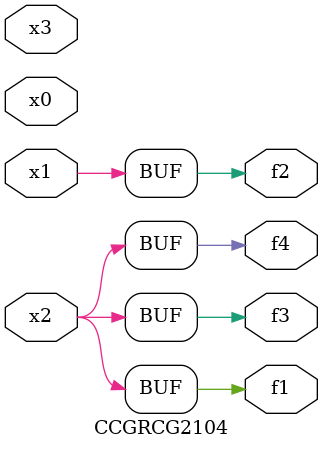
<source format=v>
module CCGRCG2104(
	input x0, x1, x2, x3,
	output f1, f2, f3, f4
);
	assign f1 = x2;
	assign f2 = x1;
	assign f3 = x2;
	assign f4 = x2;
endmodule

</source>
